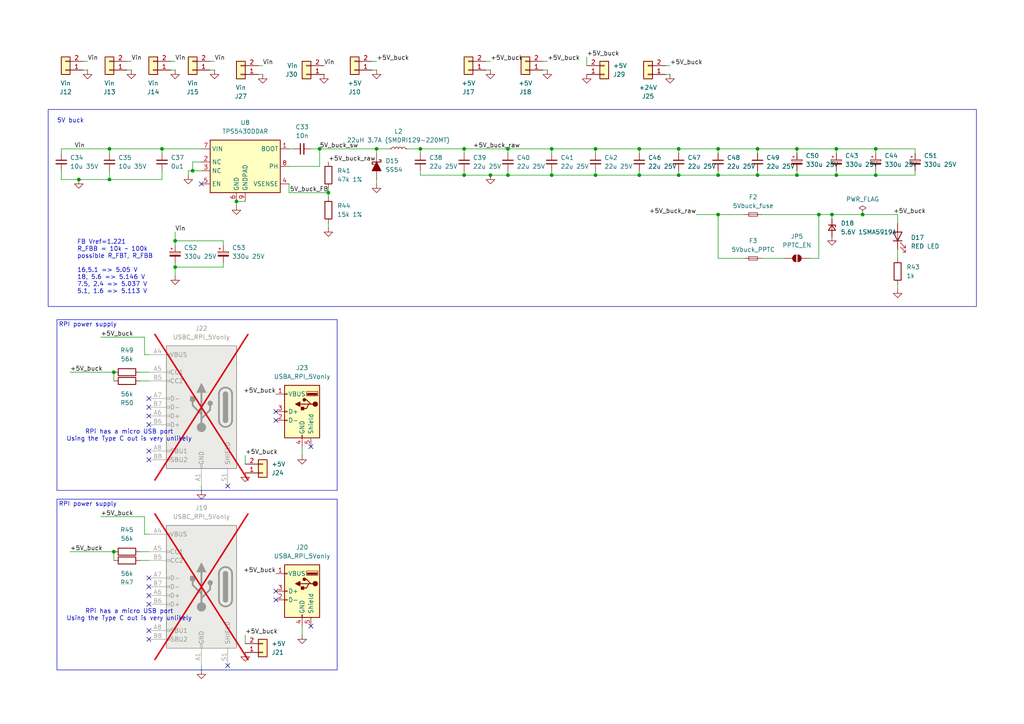
<source format=kicad_sch>
(kicad_sch (version 20231120) (generator "eeschema") (generator_version "8.0")
  (paper "A4")
  (lib_symbols
    (symbol "Connector:USB_A" (pin_names (offset 1.016))
      (property "Reference" "J" (at -5.08 11.43 0))
      (property "Value" "USB_A" (at -5.08 8.89 0))
      (symbol "USB_A_0_1"
        (rectangle (start -5.08 -7.62) (end 5.08 7.62) (stroke (width 0.254)) (fill (type background)))
        (circle (center -3.81 2.159) (radius 0.635) (stroke (width 0.254)) (fill (type outline)))
        (rectangle (start -1.524 4.826) (end -4.318 5.334) (fill (type outline)))
        (rectangle (start -1.27 4.572) (end -4.572 5.842))
        (circle (center -0.635 3.429) (radius 0.381) (stroke (width 0.254)) (fill (type outline)))
        (rectangle (start -0.127 -7.62) (end 0.127 -6.858))
        (polyline (pts (xy -3.175 2.159) (xy -2.54 2.159) (xy -1.27 3.429) (xy -0.635 3.429)) (stroke (width 0.254)))
        (polyline (pts (xy -2.54 2.159) (xy -1.905 2.159) (xy -1.27 0.889) (xy 0 0.889)) (stroke (width 0.254)))
        (polyline (pts (xy 0.635 2.794) (xy 0.635 1.524) (xy 1.905 2.159) (xy 0.635 2.794)) (stroke (width 0.254)) (fill (type outline)))
        (rectangle (start 0.254 1.27) (end -0.508 0.508) (stroke (width 0.254)) (fill (type outline)))
        (rectangle (start 5.08 -2.667) (end 4.318 -2.413))
        (rectangle (start 5.08 -0.127) (end 4.318 0.127))
        (rectangle (start 5.08 4.953) (end 4.318 5.207))
      )
      (symbol "USB_A_1_1"
        (polyline (pts (xy -1.905 2.159) (xy 0.635 2.159)) (stroke (width 0.254)))
        (pin power_in line (at 7.62 5.08 180) (length 2.54) (name "VBUS") (number "1"))
        (pin bidirectional line (at 7.62 -2.54 180) (length 2.54) (name "D-") (number "2"))
        (pin bidirectional line (at 7.62 0 180) (length 2.54) (name "D+") (number "3"))
        (pin power_in line (at 0 -10.16 90) (length 2.54) (name "GND") (number "4"))
        (pin passive line (at -2.54 -10.16 90) (length 2.54) (name "Shield") (number "5"))
      )
    )
    (symbol "Connector:USB_C_Receptacle_USB2.0_16P" (pin_names (offset 1.016))
      (property "Reference" "J" (at 0 22.225 0))
      (property "Value" "USB_C_Receptacle_USB2.0_16P" (at 0 19.685 0))
      (symbol "USB_C_Receptacle_USB2.0_16P_0_0"
        (rectangle (start -0.254 -17.78) (end 0.254 -16.764))
        (rectangle (start 10.16 -14.986) (end 9.144 -15.494))
        (rectangle (start 10.16 -12.446) (end 9.144 -12.954))
        (rectangle (start 10.16 -4.826) (end 9.144 -5.334))
        (rectangle (start 10.16 -2.286) (end 9.144 -2.794))
        (rectangle (start 10.16 0.254) (end 9.144 -0.254))
        (rectangle (start 10.16 2.794) (end 9.144 2.286))
        (rectangle (start 10.16 7.874) (end 9.144 7.366))
        (rectangle (start 10.16 10.414) (end 9.144 9.906))
        (rectangle (start 10.16 15.494) (end 9.144 14.986))
      )
      (symbol "USB_C_Receptacle_USB2.0_16P_0_1"
        (rectangle (start -10.16 17.78) (end 10.16 -17.78) (stroke (width 0.254)) (fill (type background)))
        (arc (start -8.89 -3.81) (mid -6.985 -5.7067) (end -5.08 -3.81) (stroke (width 0.508)))
        (arc (start -7.62 -3.81) (mid -6.985 -4.4423) (end -6.35 -3.81) (stroke (width 0.254)))
        (arc (start -7.62 -3.81) (mid -6.985 -4.4423) (end -6.35 -3.81) (stroke (width 0.254)) (fill (type outline)))
        (rectangle (start -7.62 -3.81) (end -6.35 3.81) (stroke (width 0.254)) (fill (type outline)))
        (arc (start -6.35 3.81) (mid -6.985 4.4423) (end -7.62 3.81) (stroke (width 0.254)))
        (arc (start -6.35 3.81) (mid -6.985 4.4423) (end -7.62 3.81) (stroke (width 0.254)) (fill (type outline)))
        (arc (start -5.08 3.81) (mid -6.985 5.7067) (end -8.89 3.81) (stroke (width 0.508)))
        (circle (center -2.54 1.143) (radius 0.635) (stroke (width 0.254)) (fill (type outline)))
        (circle (center 0 -5.842) (radius 1.27) (fill (type outline)))
        (polyline (pts (xy -8.89 -3.81) (xy -8.89 3.81)) (stroke (width 0.508)))
        (polyline (pts (xy -5.08 3.81) (xy -5.08 -3.81)) (stroke (width 0.508)))
        (polyline (pts (xy 0 -5.842) (xy 0 4.318)) (stroke (width 0.508)))
        (polyline (pts (xy 0 -3.302) (xy -2.54 -0.762) (xy -2.54 0.508)) (stroke (width 0.508)))
        (polyline (pts (xy 0 -2.032) (xy 2.54 0.508) (xy 2.54 1.778)) (stroke (width 0.508)))
        (polyline (pts (xy -1.27 4.318) (xy 0 6.858) (xy 1.27 4.318) (xy -1.27 4.318)) (stroke (width 0.254)) (fill (type outline)))
        (rectangle (start 1.905 1.778) (end 3.175 3.048) (stroke (width 0.254)) (fill (type outline)))
      )
      (symbol "USB_C_Receptacle_USB2.0_16P_1_1"
        (pin passive line (at 0 -22.86 90) (length 5.08) (name "GND") (number "A1"))
        (pin passive line (at 0 -22.86 90) (length 5.08) hide (name "GND") (number "A12"))
        (pin passive line (at 15.24 15.24 180) (length 5.08) (name "VBUS") (number "A4"))
        (pin bidirectional line (at 15.24 10.16 180) (length 5.08) (name "CC1") (number "A5"))
        (pin bidirectional line (at 15.24 -2.54 180) (length 5.08) (name "D+") (number "A6"))
        (pin bidirectional line (at 15.24 2.54 180) (length 5.08) (name "D-") (number "A7"))
        (pin bidirectional line (at 15.24 -12.7 180) (length 5.08) (name "SBU1") (number "A8"))
        (pin passive line (at 15.24 15.24 180) (length 5.08) hide (name "VBUS") (number "A9"))
        (pin passive line (at 0 -22.86 90) (length 5.08) hide (name "GND") (number "B1"))
        (pin passive line (at 0 -22.86 90) (length 5.08) hide (name "GND") (number "B12"))
        (pin passive line (at 15.24 15.24 180) (length 5.08) hide (name "VBUS") (number "B4"))
        (pin bidirectional line (at 15.24 7.62 180) (length 5.08) (name "CC2") (number "B5"))
        (pin bidirectional line (at 15.24 -5.08 180) (length 5.08) (name "D+") (number "B6"))
        (pin bidirectional line (at 15.24 0 180) (length 5.08) (name "D-") (number "B7"))
        (pin bidirectional line (at 15.24 -15.24 180) (length 5.08) (name "SBU2") (number "B8"))
        (pin passive line (at 15.24 15.24 180) (length 5.08) hide (name "VBUS") (number "B9"))
        (pin passive line (at -7.62 -22.86 90) (length 5.08) (name "SHIELD") (number "S1"))
      )
    )
    (symbol "Connector_Generic:Conn_01x02" (pin_names (offset 1.016) hide)
      (property "Reference" "J" (at 0 2.54 0))
      (property "Value" "Conn_01x02" (at 0 -5.08 0))
      (symbol "Conn_01x02_1_1"
        (rectangle (start -1.27 -2.413) (end 0 -2.667) (stroke (width 0.1524)))
        (rectangle (start -1.27 0.127) (end 0 -0.127) (stroke (width 0.1524)))
        (rectangle (start -1.27 1.27) (end 1.27 -3.81) (stroke (width 0.254)) (fill (type background)))
        (pin passive line (at -5.08 0 0) (length 3.81) (name "Pin_1") (number "1"))
        (pin passive line (at -5.08 -2.54 0) (length 3.81) (name "Pin_2") (number "2"))
      )
    )
    (symbol "Device:C_Polarized_Small" (pin_numbers hide) (pin_names (offset 0.254) hide)
      (property "Reference" "C" (at 0.254 1.778 0))
      (property "Value" "C_Polarized_Small" (at 0.254 -2.032 0))
      (symbol "C_Polarized_Small_0_1"
        (rectangle (start -1.524 -0.3048) (end 1.524 -0.6858) (fill (type outline)))
        (rectangle (start -1.524 0.6858) (end 1.524 0.3048))
        (polyline (pts (xy -1.27 1.524) (xy -0.762 1.524)))
        (polyline (pts (xy -1.016 1.27) (xy -1.016 1.778)))
      )
      (symbol "C_Polarized_Small_1_1"
        (pin passive line (at 0 2.54 270) (length 1.8542) (name "~") (number "1"))
        (pin passive line (at 0 -2.54 90) (length 1.8542) (name "~") (number "2"))
      )
    )
    (symbol "Device:C_Small" (pin_numbers hide) (pin_names (offset 0.254) hide)
      (property "Reference" "C" (at 0.254 1.778 0))
      (property "Value" "C_Small" (at 0.254 -2.032 0))
      (symbol "C_Small_0_1"
        (polyline (pts (xy -1.524 -0.508) (xy 1.524 -0.508)) (stroke (width 0.3302)))
        (polyline (pts (xy -1.524 0.508) (xy 1.524 0.508)) (stroke (width 0.3048)))
      )
      (symbol "C_Small_1_1"
        (pin passive line (at 0 2.54 270) (length 2.032) (name "~") (number "1"))
        (pin passive line (at 0 -2.54 90) (length 2.032) (name "~") (number "2"))
      )
    )
    (symbol "Device:D_Zener_Small" (pin_numbers hide) (pin_names (offset 0.254) hide)
      (property "Reference" "D" (at 0 2.286 0))
      (property "Value" "D_Zener_Small" (at 0 -2.286 0))
      (symbol "D_Zener_Small_0_1"
        (polyline (pts (xy 0.762 0) (xy -0.762 0)))
        (polyline (pts (xy -0.254 1.016) (xy -0.762 1.016) (xy -0.762 -1.016)) (stroke (width 0.254)))
        (polyline (pts (xy 0.762 1.016) (xy -0.762 0) (xy 0.762 -1.016) (xy 0.762 1.016)) (stroke (width 0.254)))
      )
      (symbol "D_Zener_Small_1_1"
        (pin passive line (at -2.54 0 0) (length 1.778) (name "K") (number "1"))
        (pin passive line (at 2.54 0 180) (length 1.778) (name "A") (number "2"))
      )
    )
    (symbol "Device:Fuse_Small" (pin_numbers hide) (pin_names (offset 0.254) hide)
      (property "Reference" "F" (at 0 -1.524 0))
      (property "Value" "Fuse_Small" (at 0 1.524 0))
      (symbol "Fuse_Small_0_1"
        (rectangle (start -1.27 0.508) (end 1.27 -0.508))
        (polyline (pts (xy -1.27 0) (xy 1.27 0)))
      )
      (symbol "Fuse_Small_1_1"
        (pin passive line (at -2.54 0 0) (length 1.27) (name "~") (number "1"))
        (pin passive line (at 2.54 0 180) (length 1.27) (name "~") (number "2"))
      )
    )
    (symbol "Device:LED" (pin_numbers hide) (pin_names (offset 1.016) hide)
      (property "Reference" "D" (at 0 2.54 0))
      (property "Value" "LED" (at 0 -2.54 0))
      (symbol "LED_0_1"
        (polyline (pts (xy -1.27 -1.27) (xy -1.27 1.27)) (stroke (width 0.254)))
        (polyline (pts (xy -1.27 0) (xy 1.27 0)))
        (polyline (pts (xy 1.27 -1.27) (xy 1.27 1.27) (xy -1.27 0) (xy 1.27 -1.27)) (stroke (width 0.254)))
        (polyline (pts (xy -3.048 -0.762) (xy -4.572 -2.286) (xy -3.81 -2.286) (xy -4.572 -2.286) (xy -4.572 -1.524)))
        (polyline (pts (xy -1.778 -0.762) (xy -3.302 -2.286) (xy -2.54 -2.286) (xy -3.302 -2.286) (xy -3.302 -1.524)))
      )
      (symbol "LED_1_1"
        (pin passive line (at -3.81 0 0) (length 2.54) (name "K") (number "1"))
        (pin passive line (at 3.81 0 180) (length 2.54) (name "A") (number "2"))
      )
    )
    (symbol "Device:L_Small" (pin_numbers hide) (pin_names (offset 0.254) hide)
      (property "Reference" "L" (at 0.762 1.016 0))
      (property "Value" "L_Small" (at 0.762 -1.016 0))
      (symbol "L_Small_0_1"
        (arc (start 0 -2.032) (mid 0.5058 -1.524) (end 0 -1.016))
        (arc (start 0 -1.016) (mid 0.5058 -0.508) (end 0 0))
        (arc (start 0 0) (mid 0.5058 0.508) (end 0 1.016))
        (arc (start 0 1.016) (mid 0.5058 1.524) (end 0 2.032))
      )
      (symbol "L_Small_1_1"
        (pin passive line (at 0 2.54 270) (length 0.508) (name "~") (number "1"))
        (pin passive line (at 0 -2.54 90) (length 0.508) (name "~") (number "2"))
      )
    )
    (symbol "Device:R" (pin_numbers hide) (pin_names (offset 0))
      (property "Reference" "R" (at 2.032 0 90))
      (property "Value" "R" (at 0 0 90))
      (symbol "R_0_1"
        (rectangle (start -1.016 -2.54) (end 1.016 2.54) (stroke (width 0.254)))
      )
      (symbol "R_1_1"
        (pin passive line (at 0 3.81 270) (length 1.27) (name "~") (number "1"))
        (pin passive line (at 0 -3.81 90) (length 1.27) (name "~") (number "2"))
      )
    )
    (symbol "Jumper:SolderJumper_2_Open" (pin_numbers hide) (pin_names (offset 0) hide) (exclude_from_sim yes) (in_bom no)
      (property "Reference" "JP" (at 0 2.032 0))
      (property "Value" "SolderJumper_2_Open" (at 0 -2.54 0))
      (symbol "SolderJumper_2_Open_0_1"
        (arc (start -0.254 1.016) (mid -1.2656 0) (end -0.254 -1.016))
        (arc (start -0.254 1.016) (mid -1.2656 0) (end -0.254 -1.016) (fill (type outline)))
        (polyline (pts (xy -0.254 1.016) (xy -0.254 -1.016)))
        (polyline (pts (xy 0.254 1.016) (xy 0.254 -1.016)))
        (arc (start 0.254 -1.016) (mid 1.2656 0) (end 0.254 1.016))
        (arc (start 0.254 -1.016) (mid 1.2656 0) (end 0.254 1.016) (fill (type outline)))
      )
      (symbol "SolderJumper_2_Open_1_1"
        (pin passive line (at -3.81 0 0) (length 2.54) (name "A") (number "1"))
        (pin passive line (at 3.81 0 180) (length 2.54) (name "B") (number "2"))
      )
    )
    (symbol "PCM_Diode_Schottky_AKL:SS54" (pin_numbers hide) (pin_names (offset 1.016) hide)
      (property "Reference" "D" (at 0 5.08 0))
      (property "Value" "SS54" (at 0 2.54 0))
      (symbol "SS54_0_1"
        (polyline (pts (xy -1.27 0) (xy 1.27 0)))
        (polyline (pts (xy -1.27 -1.27) (xy -1.27 1.27) (xy 1.27 0) (xy -1.27 -1.27)) (stroke (width 0.254)) (fill (type outline)))
        (polyline (pts (xy 1.905 -0.762) (xy 1.905 -1.27) (xy 1.27 -1.27) (xy 1.27 1.27) (xy 0.635 1.27) (xy 0.635 0.762)) (stroke (width 0.254)))
      )
      (symbol "SS54_0_2"
        (polyline (pts (xy -2.54 -2.54) (xy 2.54 2.54)))
        (polyline (pts (xy 0 1.778) (xy 1.778 0)) (stroke (width 0.254)))
        (polyline (pts (xy 0 1.778) (xy -0.381 1.397) (xy 0 1.016)) (stroke (width 0.254)))
        (polyline (pts (xy 1.778 0) (xy 2.159 0.381) (xy 1.778 0.762)) (stroke (width 0.254)))
        (polyline (pts (xy -0.889 -0.889) (xy -1.778 0) (xy 0.889 0.889) (xy 0 -1.778) (xy -0.889 -0.889)) (stroke (width 0.254)) (fill (type outline)))
      )
      (symbol "SS54_1_1"
        (pin passive line (at 3.81 0 180) (length 2.54) (name "K") (number "1"))
        (pin passive line (at -3.81 0 0) (length 2.54) (name "A") (number "2"))
      )
      (symbol "SS54_1_2"
        (pin passive line (at 2.54 2.54 180) (length 0) (name "K") (number "1"))
        (pin passive line (at -2.54 -2.54 0) (length 0) (name "A") (number "2"))
      )
    )
    (symbol "nturt_kicad_lib_EP6:TPS5430DDAR"
      (property "Reference" "U" (at -10.16 8.89 0))
      (property "Value" "TPS5430DDAR" (at -1.27 8.89 0))
      (symbol "TPS5430DDAR_0_1"
        (rectangle (start -10.16 7.62) (end 10.16 -7.62) (stroke (width 0.254)) (fill (type background)))
      )
      (symbol "TPS5430DDAR_1_1"
        (pin input line (at 12.7 5.08 180) (length 2.54) (name "BOOT") (number "1"))
        (pin free line (at -12.7 1.27 0) (length 2.54) (name "NC") (number "2"))
        (pin free line (at -12.7 -1.27 0) (length 2.54) (name "NC") (number "3"))
        (pin input line (at 12.7 -5.08 180) (length 2.54) (name "VSENSE") (number "4"))
        (pin input line (at -12.7 -5.08 0) (length 2.54) (name "EN") (number "5"))
        (pin power_in line (at -2.54 -10.16 90) (length 2.54) (name "GND") (number "6"))
        (pin power_in line (at -12.7 5.08 0) (length 2.54) (name "VIN") (number "7"))
        (pin output line (at 12.7 0 180) (length 2.54) (name "PH") (number "8"))
        (pin power_in line (at 0 -10.16 90) (length 2.54) (name "GNDPAD") (number "9"))
      )
    )
    (symbol "power:GND" (power) (pin_numbers hide) (pin_names (offset 0) hide)
      (property "Value" "GND" (at 0 -3.81 0))
      (symbol "GND_0_1"
        (polyline (pts (xy 0 0) (xy 0 -1.27) (xy 1.27 -1.27) (xy 0 -2.54) (xy -1.27 -1.27) (xy 0 -1.27)))
      )
      (symbol "GND_1_1"
        (pin power_in line (at 0 0 270) (length 0) (name "~") (number "1"))
      )
    )
    (symbol "power:PWR_FLAG" (power) (pin_numbers hide) (pin_names (offset 0) hide)
      (property "Value" "PWR_FLAG" (at 0 3.81 0))
      (symbol "PWR_FLAG_0_0"
        (pin power_out line (at 0 0 90) (length 0) (name "~") (number "1"))
      )
      (symbol "PWR_FLAG_0_1"
        (polyline (pts (xy 0 0) (xy 0 1.27) (xy -1.016 1.905) (xy 0 2.54) (xy 1.016 1.905) (xy 0 1.27)))
      )
    )
  )
  (junction (at 242.57 50.8))
  (junction (at 22.86 52.07))
  (junction (at 68.58 58.42))
  (junction (at 95.25 55.88))
  (junction (at 147.32 50.8))
  (junction (at 46.99 43.18))
  (junction (at 134.62 50.8))
  (junction (at 109.22 43.18))
  (junction (at 219.71 50.8))
  (junction (at 219.71 43.18))
  (junction (at 31.75 43.18))
  (junction (at 208.28 50.8))
  (junction (at 134.62 43.18))
  (junction (at 241.3 62.23))
  (junction (at 50.8 69.85))
  (junction (at 160.02 43.18))
  (junction (at 185.42 43.18))
  (junction (at 160.02 50.8))
  (junction (at 237.49 62.23))
  (junction (at 208.28 43.18))
  (junction (at 208.28 62.23))
  (junction (at 55.88 49.53))
  (junction (at 121.92 43.18))
  (junction (at 231.14 50.8))
  (junction (at 50.8 77.47))
  (junction (at 92.71 43.18))
  (junction (at 185.42 50.8))
  (junction (at 231.14 43.18))
  (junction (at 147.32 43.18))
  (junction (at 242.57 43.18))
  (junction (at 172.72 43.18))
  (junction (at 33.02 107.95))
  (junction (at 254 43.18))
  (junction (at 142.24 50.8))
  (junction (at 254 50.8))
  (junction (at 196.85 50.8))
  (junction (at 33.02 160.02))
  (junction (at 196.85 43.18))
  (junction (at 31.75 52.07))
  (junction (at 172.72 50.8))
  (junction (at 250.19 62.23))
  (no_connect (at 43.18 118.11))
  (no_connect (at 43.18 130.81))
  (no_connect (at 66.04 140.97))
  (no_connect (at 43.18 120.65))
  (no_connect (at 43.18 185.42))
  (no_connect (at 43.18 167.64))
  (no_connect (at 80.01 173.99))
  (no_connect (at 58.42 53.34))
  (no_connect (at 80.01 171.45))
  (no_connect (at 43.18 115.57))
  (no_connect (at 43.18 182.88))
  (no_connect (at 43.18 133.35))
  (no_connect (at 90.17 181.61))
  (no_connect (at 80.01 121.92))
  (no_connect (at 43.18 172.72))
  (no_connect (at 43.18 175.26))
  (no_connect (at 43.18 123.19))
  (no_connect (at 43.18 170.18))
  (no_connect (at 90.17 129.54))
  (no_connect (at 80.01 119.38))
  (no_connect (at 66.04 193.04))
  (wire (pts (xy 265.43 50.8) (xy 265.43 49.53)))
  (wire (pts (xy 242.57 50.8) (xy 231.14 50.8)))
  (wire (pts (xy 17.78 44.45) (xy 17.78 43.18)))
  (wire (pts (xy 208.28 49.53) (xy 208.28 50.8)))
  (wire (pts (xy 46.99 43.18) (xy 58.42 43.18)))
  (wire (pts (xy 58.42 140.97) (xy 58.42 142.24)))
  (wire (pts (xy 71.12 132.08) (xy 71.12 134.62)))
  (wire (pts (xy 134.62 44.45) (xy 134.62 43.18)))
  (wire (pts (xy 196.85 49.53) (xy 196.85 50.8)))
  (wire (pts (xy 160.02 49.53) (xy 160.02 50.8)))
  (wire (pts (xy 54.61 49.53) (xy 55.88 49.53)))
  (wire (pts (xy 87.63 184.15) (xy 87.63 181.61)))
  (wire (pts (xy 160.02 44.45) (xy 160.02 43.18)))
  (wire (pts (xy 40.64 107.95) (xy 43.18 107.95)))
  (wire (pts (xy 95.25 54.61) (xy 95.25 55.88)))
  (wire (pts (xy 260.35 62.23) (xy 260.35 64.77)))
  (wire (pts (xy 193.04 21.59) (xy 194.31 21.59)))
  (wire (pts (xy 68.58 59.69) (xy 68.58 58.42)))
  (wire (pts (xy 107.95 20.32) (xy 109.22 20.32)))
  (wire (pts (xy 33.02 162.56) (xy 33.02 160.02)))
  (wire (pts (xy 17.78 52.07) (xy 17.78 49.53)))
  (wire (pts (xy 41.91 149.86) (xy 41.91 154.94)))
  (wire (pts (xy 134.62 50.8) (xy 134.62 49.53)))
  (wire (pts (xy 83.82 43.18) (xy 85.09 43.18)))
  (wire (pts (xy 33.02 110.49) (xy 33.02 107.95)))
  (wire (pts (xy 260.35 74.93) (xy 260.35 72.39)))
  (wire (pts (xy 140.97 17.78) (xy 142.24 17.78)))
  (wire (pts (xy 109.22 44.45) (xy 109.22 43.18)))
  (wire (pts (xy 242.57 43.18) (xy 254 43.18)))
  (wire (pts (xy 160.02 50.8) (xy 147.32 50.8)))
  (wire (pts (xy 24.13 17.78) (xy 25.4 17.78)))
  (wire (pts (xy 234.95 74.93) (xy 237.49 74.93)))
  (wire (pts (xy 160.02 43.18) (xy 172.72 43.18)))
  (wire (pts (xy 242.57 43.18) (xy 242.57 44.45)))
  (wire (pts (xy 83.82 48.26) (xy 92.71 48.26)))
  (wire (pts (xy 36.83 17.78) (xy 38.1 17.78)))
  (wire (pts (xy 49.53 17.78) (xy 50.8 17.78)))
  (wire (pts (xy 54.61 50.8) (xy 54.61 49.53)))
  (wire (pts (xy 196.85 43.18) (xy 208.28 43.18)))
  (wire (pts (xy 250.19 62.23) (xy 241.3 62.23)))
  (wire (pts (xy 60.96 20.32) (xy 62.23 20.32)))
  (wire (pts (xy 17.78 52.07) (xy 22.86 52.07)))
  (wire (pts (xy 208.28 50.8) (xy 196.85 50.8)))
  (wire (pts (xy 109.22 53.34) (xy 109.22 52.07)))
  (wire (pts (xy 50.8 76.2) (xy 50.8 77.47)))
  (wire (pts (xy 140.97 20.32) (xy 142.24 20.32)))
  (wire (pts (xy 90.17 43.18) (xy 92.71 43.18)))
  (wire (pts (xy 220.98 62.23) (xy 237.49 62.23)))
  (wire (pts (xy 58.42 46.99) (xy 55.88 46.99)))
  (wire (pts (xy 172.72 50.8) (xy 160.02 50.8)))
  (wire (pts (xy 147.32 50.8) (xy 142.24 50.8)))
  (wire (pts (xy 50.8 69.85) (xy 64.77 69.85)))
  (wire (pts (xy 208.28 43.18) (xy 219.71 43.18)))
  (wire (pts (xy 118.11 43.18) (xy 121.92 43.18)))
  (wire (pts (xy 20.32 107.95) (xy 33.02 107.95)))
  (wire (pts (xy 219.71 44.45) (xy 219.71 43.18)))
  (wire (pts (xy 208.28 62.23) (xy 215.9 62.23)))
  (wire (pts (xy 68.58 58.42) (xy 71.12 58.42)))
  (wire (pts (xy 58.42 193.04) (xy 58.42 194.31)))
  (wire (pts (xy 50.8 77.47) (xy 50.8 80.01)))
  (wire (pts (xy 219.71 43.18) (xy 231.14 43.18)))
  (wire (pts (xy 49.53 20.32) (xy 50.8 20.32)))
  (wire (pts (xy 74.93 21.59) (xy 76.2 21.59)))
  (wire (pts (xy 92.71 43.18) (xy 109.22 43.18)))
  (wire (pts (xy 31.75 43.18) (xy 31.75 44.45)))
  (wire (pts (xy 50.8 69.85) (xy 50.8 71.12)))
  (wire (pts (xy 201.93 62.23) (xy 208.28 62.23)))
  (wire (pts (xy 40.64 110.49) (xy 43.18 110.49)))
  (wire (pts (xy 64.77 69.85) (xy 64.77 71.12)))
  (wire (pts (xy 46.99 49.53) (xy 46.99 52.07)))
  (wire (pts (xy 134.62 43.18) (xy 147.32 43.18)))
  (wire (pts (xy 254 50.8) (xy 242.57 50.8)))
  (wire (pts (xy 107.95 17.78) (xy 109.22 17.78)))
  (wire (pts (xy 241.3 62.23) (xy 241.3 63.5)))
  (wire (pts (xy 231.14 43.18) (xy 231.14 44.45)))
  (wire (pts (xy 64.77 77.47) (xy 50.8 77.47)))
  (wire (pts (xy 31.75 52.07) (xy 31.75 49.53)))
  (wire (pts (xy 41.91 97.79) (xy 41.91 102.87)))
  (wire (pts (xy 121.92 50.8) (xy 121.92 49.53)))
  (wire (pts (xy 254 43.18) (xy 254 44.45)))
  (wire (pts (xy 71.12 184.15) (xy 71.12 186.69)))
  (wire (pts (xy 83.82 55.88) (xy 83.82 53.34)))
  (wire (pts (xy 242.57 50.8) (xy 242.57 49.53)))
  (wire (pts (xy 208.28 74.93) (xy 208.28 62.23)))
  (wire (pts (xy 157.48 17.78) (xy 158.75 17.78)))
  (wire (pts (xy 237.49 74.93) (xy 237.49 62.23)))
  (wire (pts (xy 41.91 102.87) (xy 43.18 102.87)))
  (wire (pts (xy 185.42 49.53) (xy 185.42 50.8)))
  (wire (pts (xy 74.93 19.05) (xy 76.2 19.05)))
  (wire (pts (xy 31.75 43.18) (xy 46.99 43.18)))
  (wire (pts (xy 95.25 55.88) (xy 95.25 57.15)))
  (wire (pts (xy 55.88 49.53) (xy 58.42 49.53)))
  (wire (pts (xy 95.25 66.04) (xy 95.25 64.77)))
  (wire (pts (xy 29.21 97.79) (xy 41.91 97.79)))
  (wire (pts (xy 22.86 52.07) (xy 31.75 52.07)))
  (wire (pts (xy 20.32 160.02) (xy 33.02 160.02)))
  (wire (pts (xy 185.42 43.18) (xy 196.85 43.18)))
  (wire (pts (xy 196.85 44.45) (xy 196.85 43.18)))
  (wire (pts (xy 231.14 50.8) (xy 219.71 50.8)))
  (wire (pts (xy 185.42 50.8) (xy 172.72 50.8)))
  (wire (pts (xy 147.32 50.8) (xy 147.32 49.53)))
  (wire (pts (xy 40.64 160.02) (xy 43.18 160.02)))
  (wire (pts (xy 46.99 52.07) (xy 31.75 52.07)))
  (wire (pts (xy 64.77 77.47) (xy 64.77 76.2)))
  (wire (pts (xy 46.99 44.45) (xy 46.99 43.18)))
  (wire (pts (xy 92.71 43.18) (xy 92.71 48.26)))
  (wire (pts (xy 60.96 17.78) (xy 62.23 17.78)))
  (wire (pts (xy 17.78 43.18) (xy 31.75 43.18)))
  (wire (pts (xy 254 43.18) (xy 265.43 43.18)))
  (wire (pts (xy 40.64 162.56) (xy 43.18 162.56)))
  (wire (pts (xy 24.13 20.32) (xy 25.4 20.32)))
  (wire (pts (xy 109.22 43.18) (xy 113.03 43.18)))
  (wire (pts (xy 254 50.8) (xy 254 49.53)))
  (wire (pts (xy 172.72 43.18) (xy 185.42 43.18)))
  (wire (pts (xy 55.88 46.99) (xy 55.88 49.53)))
  (wire (pts (xy 172.72 44.45) (xy 172.72 43.18)))
  (wire (pts (xy 196.85 50.8) (xy 185.42 50.8)))
  (wire (pts (xy 219.71 49.53) (xy 219.71 50.8)))
  (wire (pts (xy 208.28 44.45) (xy 208.28 43.18)))
  (wire (pts (xy 265.43 43.18) (xy 265.43 44.45)))
  (wire (pts (xy 215.9 74.93) (xy 208.28 74.93)))
  (wire (pts (xy 231.14 43.18) (xy 242.57 43.18)))
  (wire (pts (xy 36.83 20.32) (xy 38.1 20.32)))
  (wire (pts (xy 157.48 20.32) (xy 158.75 20.32)))
  (wire (pts (xy 121.92 50.8) (xy 134.62 50.8)))
  (wire (pts (xy 134.62 50.8) (xy 142.24 50.8)))
  (wire (pts (xy 231.14 50.8) (xy 231.14 49.53)))
  (wire (pts (xy 265.43 50.8) (xy 254 50.8)))
  (wire (pts (xy 121.92 43.18) (xy 134.62 43.18)))
  (wire (pts (xy 237.49 62.23) (xy 241.3 62.23)))
  (wire (pts (xy 172.72 49.53) (xy 172.72 50.8)))
  (wire (pts (xy 95.25 55.88) (xy 83.82 55.88)))
  (wire (pts (xy 147.32 43.18) (xy 160.02 43.18)))
  (wire (pts (xy 29.21 149.86) (xy 41.91 149.86)))
  (wire (pts (xy 219.71 50.8) (xy 208.28 50.8)))
  (wire (pts (xy 147.32 44.45) (xy 147.32 43.18)))
  (wire (pts (xy 260.35 83.82) (xy 260.35 82.55)))
  (wire (pts (xy 87.63 129.54) (xy 87.63 132.08)))
  (wire (pts (xy 170.18 16.51) (xy 170.18 19.05)))
  (wire (pts (xy 220.98 74.93) (xy 227.33 74.93)))
  (wire (pts (xy 50.8 67.31) (xy 50.8 69.85)))
  (wire (pts (xy 193.04 19.05) (xy 194.31 19.05)))
  (wire (pts (xy 250.19 62.23) (xy 260.35 62.23)))
  (wire (pts (xy 41.91 154.94) (xy 43.18 154.94)))
  (wire (pts (xy 121.92 44.45) (xy 121.92 43.18)))
  (wire (pts (xy 185.42 44.45) (xy 185.42 43.18)))
  (rectangle (start 16.51 144.78) (end 97.79 194.31))
  (rectangle (start 16.51 92.71) (end 97.79 142.24))
  (rectangle (start 13.97 31.75) (end 283.21 88.9))
  (text "RPi has a micro USB port\nUsing the Type C out is very unlikely" (at 37.465 178.435 0) (effects (font (size 1.27 1.27))))
  (text "5V buck" (at 16.51 35.814 0) (effects (font (size 1.27 1.27)) (justify left bottom)))
  (text "RPI power supply" (at 17.018 94.234 0) (effects (font (size 1.27 1.27)) (justify left)))
  (text "RPI power supply" (at 17.018 146.304 0) (effects (font (size 1.27 1.27)) (justify left)))
  (text "FB Vref=1.221\nR_FBB = 10k ~ 100k\npossible R_FBT, R_FBB\n\n16,5.1 => 5.05 V\n18, 5.6 => 5.146 V\n7.5, 2.4 => 5.037 V\n5.1, 1.6 => 5.113 V" (at 22.352 85.344 0) (effects (font (size 1.27 1.27)) (justify left bottom)))
  (text "RPi has a micro USB port\nUsing the Type C out is very unlikely" (at 37.465 126.365 0) (effects (font (size 1.27 1.27))))
  (label "+5V_buck_raw" (at 137.16 43.18 0))
  (label "Vin" (at 25.4 17.78 0))
  (label "Vin" (at 50.8 17.78 0))
  (label "+5V_buck_raw" (at 95.25 46.99 0))
  (label "+5V_buck" (at 170.18 16.51 0))
  (label "Vin" (at 93.98 19.05 0))
  (label "+5V_buck" (at 80.01 114.3 180))
  (label "Vin" (at 50.8 67.31 0))
  (label "+5V_buck" (at 109.22 17.78 0))
  (label "Vin" (at 62.23 17.78 0))
  (label "+5V_buck" (at 158.75 17.78 0))
  (label "Vin" (at 21.59 43.18 0))
  (label "Vin" (at 76.2 19.05 0))
  (label "+5V_buck" (at 142.24 17.78 0))
  (label "+5V_buck" (at 80.01 166.37 180))
  (label "+5V_buck" (at 20.32 107.95 0))
  (label "5V_buck_sw" (at 92.71 43.18 0))
  (label "+5V_buck" (at 71.12 132.08 0))
  (label "+5V_buck" (at 71.12 184.15 0))
  (label "Vin" (at 38.1 17.78 0))
  (label "+5V_buck_raw" (at 201.93 62.23 180))
  (label "+5V_buck" (at 29.21 97.79 0))
  (label "5V_buck_FB" (at 95.25 55.88 180))
  (label "+5V_buck" (at 29.21 149.86 0))
  (label "+5V_buck" (at 194.31 19.05 0))
  (label "+5V_buck" (at 259.08 62.23 0))
  (label "+5V_buck" (at 20.32 160.02 0))
  (symbol (lib_id "power:GND") (at 109.22 20.32 0) (unit 1)
    (property "Reference" "#PWR086" (effects (hide yes)))
    (property "Value" "GND" (effects (hide yes)))
    (property "Description" "Power symbol creates a global label with name \"GND\" , ground" (effects (hide yes)))
  )
  (symbol (lib_id "power:GND") (at 87.63 184.15 0) (unit 1)
    (property "Reference" "#PWR087" (effects (hide yes)))
    (property "Value" "GND" (effects (hide yes)))
    (property "Description" "Power symbol creates a global label with name \"GND\" , ground" (effects (hide yes)))
  )
  (symbol (lib_id "Device:C_Polarized_Small") (at 50.8 73.66 0) (unit 1)
    (property "Reference" "C52" (at 53.34 71.8438 0) (effects (justify left)))
    (property "Value" "330u 25V" (at 53.34 74.3838 0) (effects (justify left)))
    (property "Footprint" "Capacitor_THT:CP_Radial_D8.0mm_P3.80mm" (effects (hide yes)))
    (property "Description" "Polarized capacitor, small symbol" (effects (hide yes)))
  )
  (symbol (lib_id "Device:Fuse_Small") (at 218.44 62.23 0) (unit 1)
    (property "Reference" "F2" (at 218.44 57.15 0))
    (property "Value" "5Vbuck_fuse" (at 218.44 59.69 0))
    (property "Footprint" "PCM_Fuse_AKL:Fuseholder_Cylinder-5x20mm_Stelvio-Kontek_PTF78_Horizontal_Open" (effects (hide yes)))
    (property "Description" "Fuse, small symbol" (effects (hide yes)))
  )
  (symbol (lib_id "Connector_Generic:Conn_01x02") (at 187.96 21.59 180) (unit 1)
    (property "Reference" "J25" (at 187.96 27.94 0))
    (property "Value" "+24V" (at 187.96 25.4 0))
    (property "Footprint" "TerminalBlock_TE-Connectivity:TerminalBlock_TE_282834-2_1x02_P2.54mm_Horizontal" (effects (hide yes)))
    (property "Description" "Generic connector, single row, 01x02, script generated (kicad-library-utils/schlib/autogen/connector/)" (effects (hide yes)))
  )
  (symbol (lib_id "Device:C_Small") (at 46.99 46.99 180) (unit 1)
    (property "Reference" "C37" (at 49.53 45.7135 0) (effects (justify right)))
    (property "Value" "0u1" (at 49.53 48.2535 0) (effects (justify right)))
    (property "Footprint" "Capacitor_SMD:C_0603_1608Metric" (effects (hide yes)))
    (property "Description" "Unpolarized capacitor, small symbol" (effects (hide yes)))
  )
  (symbol (lib_id "power:PWR_FLAG") (at 250.19 62.23 0) (mirror y) (unit 1)
    (property "Reference" "#FLG03" (effects (hide yes)))
    (property "Value" "PWR_FLAG" (at 250.19 57.785 0))
    (property "Description" "Special symbol for telling ERC where power comes from" (effects (hide yes)))
  )
  (symbol (lib_id "power:GND") (at 142.24 20.32 0) (unit 1)
    (property "Reference" "#PWR083" (effects (hide yes)))
    (property "Value" "GND" (effects (hide yes)))
    (property "Description" "Power symbol creates a global label with name \"GND\" , ground" (effects (hide yes)))
  )
  (symbol (lib_id "Device:C_Polarized_Small") (at 254 46.99 0) (unit 1)
    (property "Reference" "C44" (at 256.54 45.1738 0) (effects (justify left)))
    (property "Value" "330u 25V" (at 256.54 47.7138 0) (effects (justify left)))
    (property "Footprint" "Capacitor_THT:CP_Radial_D8.0mm_P3.80mm" (effects (hide yes)))
    (property "Description" "Polarized capacitor, small symbol" (effects (hide yes)))
  )
  (symbol (lib_id "Device:C_Small") (at 31.75 46.99 0) (unit 1)
    (property "Reference" "C35" (at 34.29 45.7262 0) (effects (justify left)))
    (property "Value" "10u 35V" (at 34.29 48.2662 0) (effects (justify left)))
    (property "Footprint" "Capacitor_SMD:C_1206_3216Metric" (effects (hide yes)))
    (property "Description" "Unpolarized capacitor, small symbol" (effects (hide yes)))
  )
  (symbol (lib_id "Device:L_Small") (at 115.57 43.18 90) (unit 1)
    (property "Reference" "L2" (at 115.57 38.1 90))
    (property "Value" "22uH 3.7A (SMDRI129-220MT)" (at 115.57 40.64 90))
    (property "Footprint" "Inductor_SMD:L_Bourns_SRR1260" (effects (hide yes)))
    (property "Description" "Inductor, small symbol" (effects (hide yes)))
  )
  (symbol (lib_id "Connector_Generic:Conn_01x02") (at 152.4 20.32 180) (unit 1)
    (property "Reference" "J18" (at 152.4 26.67 0))
    (property "Value" "+5V" (at 152.4 24.13 0))
    (property "Footprint" "Connector_Molex:Molex_KK-396_A-41791-0002_1x02_P3.96mm_Vertical" (effects (hide yes)))
    (property "Description" "Generic connector, single row, 01x02, script generated (kicad-library-utils/schlib/autogen/connector/)" (effects (hide yes)))
  )
  (symbol (lib_id "Connector_Generic:Conn_01x02") (at 44.45 20.32 180) (unit 1)
    (property "Reference" "J14" (at 44.45 26.67 0))
    (property "Value" "Vin" (at 44.45 24.13 0))
    (property "Footprint" "Connector_JST:JST_XH_B2B-XH-A_1x02_P2.50mm_Vertical" (effects (hide yes)))
    (property "Description" "Generic connector, single row, 01x02, script generated (kicad-library-utils/schlib/autogen/connector/)" (effects (hide yes)))
  )
  (symbol (lib_id "power:GND") (at 71.12 137.16 0) (mirror y) (unit 1)
    (property "Reference" "#PWR093" (effects (hide yes)))
    (property "Value" "GND" (effects (hide yes)))
    (property "Description" "Power symbol creates a global label with name \"GND\" , ground" (effects (hide yes)))
  )
  (symbol (lib_id "Connector_Generic:Conn_01x02") (at 76.2 189.23 0) (mirror x) (unit 1)
    (property "Reference" "J21" (at 78.74 189.23 0) (effects (justify left)))
    (property "Value" "+5V" (at 78.74 186.69 0) (effects (justify left)))
    (property "Footprint" "Connector_JST:JST_XH_B2B-XH-A_1x02_P2.50mm_Vertical" (effects (hide yes)))
    (property "Description" "Generic connector, single row, 01x02, script generated (kicad-library-utils/schlib/autogen/connector/)" (effects (hide yes)))
  )
  (symbol (lib_id "Device:R") (at 95.25 60.96 0) (unit 1)
    (property "Reference" "R44" (at 97.79 59.69 0) (effects (justify left)))
    (property "Value" "15k 1%" (at 97.79 62.23 0) (effects (justify left)))
    (property "Footprint" "Resistor_SMD:R_0603_1608Metric" (effects (hide yes)))
    (property "Description" "Resistor" (effects (hide yes)))
  )
  (symbol (lib_id "PCM_Diode_Schottky_AKL:SS54") (at 109.22 48.26 90) (unit 1)
    (property "Reference" "D15" (at 111.76 46.6724 90) (effects (justify right)))
    (property "Value" "SS54" (at 111.76 49.2124 90) (effects (justify right)))
    (property "Footprint" "Diode_SMD:D_SMA" (effects (hide yes)))
    (property "Datasheet" "https://www.laro.com.pl/pdf/ss56.pdf" (effects (hide yes)))
    (property "Description" "SMC Schottky diode, 40V, 5A, Alternate KiCAD Library" (effects (hide yes)))
  )
  (symbol (lib_id "power:GND") (at 62.23 20.32 0) (unit 1)
    (property "Reference" "#PWR089" (effects (hide yes)))
    (property "Value" "GND" (effects (hide yes)))
    (property "Description" "Power symbol creates a global label with name \"GND\" , ground" (effects (hide yes)))
  )
  (symbol (lib_id "Device:LED") (at 260.35 68.58 90) (unit 1)
    (property "Reference" "D17" (at 264.16 68.8975 90) (effects (justify right)))
    (property "Value" "RED LED" (at 264.16 71.4375 90) (effects (justify right)))
    (property "Footprint" "LED_SMD:LED_0603_1608Metric" (effects (hide yes)))
    (property "Description" "Light emitting diode" (effects (hide yes)))
  )
  (symbol (lib_id "Device:C_Small") (at 147.32 46.99 0) (unit 1)
    (property "Reference" "C40" (at 149.86 45.7262 0) (effects (justify left)))
    (property "Value" "22u 25V" (at 149.86 48.2662 0) (effects (justify left)))
    (property "Footprint" "Capacitor_SMD:C_1206_3216Metric" (effects (hide yes)))
    (property "Description" "Unpolarized capacitor, small symbol" (effects (hide yes)))
  )
  (symbol (lib_id "power:GND") (at 54.61 50.8 0) (unit 1)
    (property "Reference" "#PWR073" (effects (hide yes)))
    (property "Value" "GND" (effects (hide yes)))
    (property "Description" "Power symbol creates a global label with name \"GND\" , ground" (effects (hide yes)))
  )
  (symbol (lib_id "Device:C_Small") (at 160.02 46.99 0) (unit 1)
    (property "Reference" "C41" (at 162.56 45.7262 0) (effects (justify left)))
    (property "Value" "22u 25V" (at 162.56 48.2662 0) (effects (justify left)))
    (property "Footprint" "Capacitor_SMD:C_1206_3216Metric" (effects (hide yes)))
    (property "Description" "Unpolarized capacitor, small symbol" (effects (hide yes)))
  )
  (symbol (lib_id "Device:C_Polarized_Small") (at 265.43 46.99 0) (unit 1)
    (property "Reference" "C51" (at 267.97 45.1738 0) (effects (justify left)))
    (property "Value" "330u 25V" (at 267.97 47.7138 0) (effects (justify left)))
    (property "Footprint" "Capacitor_THT:CP_Radial_D8.0mm_P3.80mm" (effects (hide yes)))
    (property "Description" "Polarized capacitor, small symbol" (effects (hide yes)))
  )
  (symbol (lib_id "power:GND") (at 50.8 20.32 0) (unit 1)
    (property "Reference" "#PWR085" (effects (hide yes)))
    (property "Value" "GND" (effects (hide yes)))
    (property "Description" "Power symbol creates a global label with name \"GND\" , ground" (effects (hide yes)))
  )
  (symbol (lib_id "Connector_Generic:Conn_01x02") (at 55.88 20.32 180) (unit 1)
    (property "Reference" "J15" (at 55.88 26.67 0))
    (property "Value" "Vin" (at 55.88 24.13 0))
    (property "Footprint" "Connector_AMASS:AMASS_XT60PW-M_1x02_P7.20mm_Horizontal" (effects (hide yes)))
    (property "Description" "Generic connector, single row, 01x02, script generated (kicad-library-utils/schlib/autogen/connector/)" (effects (hide yes)))
  )
  (symbol (lib_id "power:GND") (at 71.12 189.23 0) (mirror y) (unit 1)
    (property "Reference" "#PWR091" (effects (hide yes)))
    (property "Value" "GND" (effects (hide yes)))
    (property "Description" "Power symbol creates a global label with name \"GND\" , ground" (effects (hide yes)))
  )
  (symbol (lib_id "power:GND") (at 241.3 68.58 0) (unit 1)
    (property "Reference" "#PWR077" (effects (hide yes)))
    (property "Value" "GND" (effects (hide yes)))
    (property "Description" "Power symbol creates a global label with name \"GND\" , ground" (effects (hide yes)))
  )
  (symbol (lib_id "power:GND") (at 109.22 53.34 0) (unit 1)
    (property "Reference" "#PWR076" (effects (hide yes)))
    (property "Value" "GND" (effects (hide yes)))
    (property "Description" "Power symbol creates a global label with name \"GND\" , ground" (effects (hide yes)))
  )
  (symbol (lib_id "power:GND") (at 158.75 20.32 0) (unit 1)
    (property "Reference" "#PWR084" (effects (hide yes)))
    (property "Value" "GND" (effects (hide yes)))
    (property "Description" "Power symbol creates a global label with name \"GND\" , ground" (effects (hide yes)))
  )
  (symbol (lib_id "power:GND") (at 142.24 50.8 0) (unit 1)
    (property "Reference" "#PWR074" (effects (hide yes)))
    (property "Value" "GND" (effects (hide yes)))
    (property "Description" "Power symbol creates a global label with name \"GND\" , ground" (effects (hide yes)))
  )
  (symbol (lib_id "Device:R") (at 36.83 160.02 90) (unit 1)
    (property "Reference" "R45" (at 36.83 153.67 90))
    (property "Value" "56k" (at 36.83 156.21 90))
    (property "Footprint" "Resistor_SMD:R_0402_1005Metric" (effects (hide yes)))
    (property "Description" "Resistor" (effects (hide yes)))
  )
  (symbol (lib_id "Device:R") (at 95.25 50.8 0) (unit 1)
    (property "Reference" "R41" (at 97.79 49.53 0) (effects (justify left)))
    (property "Value" "47k 1%" (at 97.79 52.07 0) (effects (justify left)))
    (property "Footprint" "Resistor_SMD:R_0603_1608Metric" (effects (hide yes)))
    (property "Description" "Resistor" (effects (hide yes)))
  )
  (symbol (lib_id "Device:C_Polarized_Small") (at 64.77 73.66 0) (unit 1)
    (property "Reference" "C53" (at 67.31 71.8438 0) (effects (justify left)))
    (property "Value" "330u 25V" (at 67.31 74.3838 0) (effects (justify left)))
    (property "Footprint" "Capacitor_THT:CP_Radial_D8.0mm_P3.80mm" (effects (hide yes)))
    (property "Description" "Polarized capacitor, small symbol" (effects (hide yes)))
  )
  (symbol (lib_id "Connector:USB_A") (at 87.63 171.45 0) (mirror y) (unit 1)
    (property "Reference" "J20" (at 87.63 158.75 0))
    (property "Value" "USBA_RPI_5Vonly" (at 87.63 161.29 0))
    (property "Footprint" "Connector_USB:USB_A_Molex_67643_Horizontal" (effects (hide yes)))
    (property "Description" "USB Type A connector" (effects (hide yes)))
  )
  (symbol (lib_id "power:GND") (at 25.4 20.32 0) (unit 1)
    (property "Reference" "#PWR088" (effects (hide yes)))
    (property "Value" "GND" (effects (hide yes)))
    (property "Description" "Power symbol creates a global label with name \"GND\" , ground" (effects (hide yes)))
  )
  (symbol (lib_id "Device:R") (at 36.83 107.95 90) (unit 1)
    (property "Reference" "R49" (at 36.83 101.6 90))
    (property "Value" "56k" (at 36.83 104.14 90))
    (property "Footprint" "Resistor_SMD:R_0402_1005Metric" (effects (hide yes)))
    (property "Description" "Resistor" (effects (hide yes)))
  )
  (symbol (lib_id "Connector_Generic:Conn_01x02") (at 31.75 20.32 180) (unit 1)
    (property "Reference" "J13" (at 31.75 26.67 0))
    (property "Value" "Vin" (at 31.75 24.13 0))
    (property "Footprint" "Connector_Molex:Molex_KK-396_A-41791-0002_1x02_P3.96mm_Vertical" (effects (hide yes)))
    (property "Description" "Generic connector, single row, 01x02, script generated (kicad-library-utils/schlib/autogen/connector/)" (effects (hide yes)))
  )
  (symbol (lib_id "Device:Fuse_Small") (at 218.44 74.93 0) (unit 1)
    (property "Reference" "F3" (at 218.44 69.85 0))
    (property "Value" "5Vbuck_PPTC" (at 218.44 72.39 0))
    (property "Footprint" "Fuse:Fuse_1206_3216Metric" (effects (hide yes)))
    (property "Description" "Fuse, small symbol" (effects (hide yes)))
  )
  (symbol (lib_id "power:GND") (at 76.2 21.59 0) (unit 1)
    (property "Reference" "#PWR099" (effects (hide yes)))
    (property "Value" "GND" (effects (hide yes)))
    (property "Description" "Power symbol creates a global label with name \"GND\" , ground" (effects (hide yes)))
  )
  (symbol (lib_id "Device:C_Small") (at 134.62 46.99 0) (unit 1)
    (property "Reference" "C39" (at 137.16 45.7262 0) (effects (justify left)))
    (property "Value" "22u 25V" (at 137.16 48.2662 0) (effects (justify left)))
    (property "Footprint" "Capacitor_SMD:C_1206_3216Metric" (effects (hide yes)))
    (property "Description" "Unpolarized capacitor, small symbol" (effects (hide yes)))
  )
  (symbol (lib_id "Device:R") (at 36.83 162.56 90) (mirror x) (unit 1)
    (property "Reference" "R47" (at 36.83 168.91 90))
    (property "Value" "56k" (at 36.83 166.37 90))
    (property "Footprint" "Resistor_SMD:R_0402_1005Metric" (effects (hide yes)))
    (property "Description" "Resistor" (effects (hide yes)))
  )
  (symbol (lib_id "power:GND") (at 95.25 66.04 0) (unit 1)
    (property "Reference" "#PWR082" (effects (hide yes)))
    (property "Value" "GND" (effects (hide yes)))
    (property "Description" "Power symbol creates a global label with name \"GND\" , ground" (effects (hide yes)))
  )
  (symbol (lib_id "power:GND") (at 194.31 21.59 0) (unit 1)
    (property "Reference" "#PWR095" (effects (hide yes)))
    (property "Value" "GND" (effects (hide yes)))
    (property "Description" "Power symbol creates a global label with name \"GND\" , ground" (effects (hide yes)))
  )
  (symbol (lib_id "power:GND") (at 68.58 59.69 0) (unit 1)
    (property "Reference" "#PWR078" (effects (hide yes)))
    (property "Value" "GND" (effects (hide yes)))
    (property "Description" "Power symbol creates a global label with name \"GND\" , ground" (effects (hide yes)))
  )
  (symbol (lib_id "Connector:USB_A") (at 87.63 119.38 0) (mirror y) (unit 1)
    (property "Reference" "J23" (at 87.63 106.68 0))
    (property "Value" "USBA_RPI_5Vonly" (at 87.63 109.22 0))
    (property "Footprint" "Connector_USB:USB_A_Molex_67643_Horizontal" (effects (hide yes)))
    (property "Description" "USB Type A connector" (effects (hide yes)))
  )
  (symbol (lib_id "Connector:USB_C_Receptacle_USB2.0_16P") (at 58.42 170.18 0) (mirror y) (unit 1) (dnp yes)
    (property "Reference" "J19" (at 58.42 147.32 0))
    (property "Value" "USBC_RPI_5Vonly" (at 58.42 149.86 0))
    (property "Footprint" "Connector_USB:USB_C_Receptacle_GCT_USB4105-xx-A_16P_TopMnt_Horizontal" (effects (hide yes)))
    (property "Datasheet" "https://www.usb.org/sites/default/files/documents/usb_type-c.zip" (effects (hide yes)))
    (property "Description" "USB 2.0-only 16P Type-C Receptacle connector" (effects (hide yes)))
  )
  (symbol (lib_id "power:GND") (at 38.1 20.32 0) (unit 1)
    (property "Reference" "#PWR071" (effects (hide yes)))
    (property "Value" "GND" (effects (hide yes)))
    (property "Description" "Power symbol creates a global label with name \"GND\" , ground" (effects (hide yes)))
  )
  (symbol (lib_id "Device:C_Small") (at 185.42 46.99 0) (unit 1)
    (property "Reference" "C46" (at 187.96 45.7262 0) (effects (justify left)))
    (property "Value" "22u 25V" (at 187.96 48.2662 0) (effects (justify left)))
    (property "Footprint" "Capacitor_SMD:C_1206_3216Metric" (effects (hide yes)))
    (property "Description" "Unpolarized capacitor, small symbol" (effects (hide yes)))
  )
  (symbol (lib_id "Device:C_Small") (at 219.71 46.99 0) (unit 1)
    (property "Reference" "C49" (at 222.25 45.7262 0) (effects (justify left)))
    (property "Value" "22u 25V" (at 222.25 48.2662 0) (effects (justify left)))
    (property "Footprint" "Capacitor_SMD:C_1206_3216Metric" (effects (hide yes)))
    (property "Description" "Unpolarized capacitor, small symbol" (effects (hide yes)))
  )
  (symbol (lib_id "nturt_kicad_lib_EP6:TPS5430DDAR") (at 71.12 48.26 0) (unit 1)
    (property "Reference" "U8" (at 71.12 35.56 0))
    (property "Value" "TPS5430DDAR" (at 71.12 38.1 0))
    (property "Footprint" "Package_SO:TI_SO-PowerPAD-8_ThermalVias" (effects (hide yes)))
    (property "Datasheet" "http://www.ti.com/lit/ds/symlink/tps5430.pdf" (effects (hide yes)))
    (property "Description" "3A, Step Down Swift Converter, Adjustable Output Voltage, 5.5-36V Input Voltage, PowerSO-8" (effects (hide yes)))
  )
  (symbol (lib_id "Connector_Generic:Conn_01x02") (at 175.26 21.59 0) (mirror x) (unit 1)
    (property "Reference" "J29" (at 177.8 21.59 0) (effects (justify left)))
    (property "Value" "+5V" (at 177.8 19.05 0) (effects (justify left)))
    (property "Footprint" "Connector_JST:JST_XH_S2B-XH-A_1x02_P2.50mm_Horizontal" (effects (hide yes)))
    (property "Description" "Generic connector, single row, 01x02, script generated (kicad-library-utils/schlib/autogen/connector/)" (effects (hide yes)))
  )
  (symbol (lib_id "Device:D_Zener_Small") (at 241.3 66.04 270) (unit 1)
    (property "Reference" "D18" (at 243.84 64.77 90) (effects (justify left)))
    (property "Value" "5.6V 1SMA5919A" (at 243.84 67.31 90) (effects (justify left)))
    (property "Footprint" "Diode_SMD:D_SMA" (effects (hide yes)))
    (property "Description" "Zener diode, small symbol" (effects (hide yes)))
  )
  (symbol (lib_id "Device:C_Polarized_Small") (at 231.14 46.99 0) (unit 1)
    (property "Reference" "C50" (at 233.68 45.1738 0) (effects (justify left)))
    (property "Value" "330u 25V" (at 233.68 47.7138 0) (effects (justify left)))
    (property "Footprint" "Capacitor_THT:CP_Radial_D8.0mm_P3.80mm" (effects (hide yes)))
    (property "Description" "Polarized capacitor, small symbol" (effects (hide yes)))
  )
  (symbol (lib_id "Device:R") (at 36.83 110.49 90) (mirror x) (unit 1)
    (property "Reference" "R50" (at 36.83 116.84 90))
    (property "Value" "56k" (at 36.83 114.3 90))
    (property "Footprint" "Resistor_SMD:R_0402_1005Metric" (effects (hide yes)))
    (property "Description" "Resistor" (effects (hide yes)))
  )
  (symbol (lib_id "Connector_Generic:Conn_01x02") (at 102.87 20.32 180) (unit 1)
    (property "Reference" "J10" (at 102.87 26.67 0))
    (property "Value" "+5V" (at 102.87 24.13 0))
    (property "Footprint" "TerminalBlock_TE-Connectivity:TerminalBlock_TE_282834-2_1x02_P2.54mm_Horizontal" (effects (hide yes)))
    (property "Description" "Generic connector, single row, 01x02, script generated (kicad-library-utils/schlib/autogen/connector/)" (effects (hide yes)))
  )
  (symbol (lib_id "power:GND") (at 50.8 80.01 0) (unit 1)
    (property "Reference" "#PWR0117" (effects (hide yes)))
    (property "Value" "GND" (effects (hide yes)))
    (property "Description" "Power symbol creates a global label with name \"GND\" , ground" (effects (hide yes)))
  )
  (symbol (lib_id "power:GND") (at 87.63 132.08 0) (unit 1)
    (property "Reference" "#PWR090" (effects (hide yes)))
    (property "Value" "GND" (effects (hide yes)))
    (property "Description" "Power symbol creates a global label with name \"GND\" , ground" (effects (hide yes)))
  )
  (symbol (lib_id "Connector_Generic:Conn_01x02") (at 135.89 20.32 180) (unit 1)
    (property "Reference" "J17" (at 135.89 26.67 0))
    (property "Value" "+5V" (at 135.89 24.13 0))
    (property "Footprint" "Connector_Molex:Molex_KK-396_A-41791-0002_1x02_P3.96mm_Vertical" (effects (hide yes)))
    (property "Description" "Generic connector, single row, 01x02, script generated (kicad-library-utils/schlib/autogen/connector/)" (effects (hide yes)))
  )
  (symbol (lib_id "Connector_Generic:Conn_01x02") (at 69.85 21.59 180) (unit 1)
    (property "Reference" "J27" (at 69.85 27.94 0))
    (property "Value" "Vin" (at 69.85 25.4 0))
    (property "Footprint" "TerminalBlock_TE-Connectivity:TerminalBlock_TE_282834-2_1x02_P2.54mm_Horizontal" (effects (hide yes)))
    (property "Description" "Generic connector, single row, 01x02, script generated (kicad-library-utils/schlib/autogen/connector/)" (effects (hide yes)))
  )
  (symbol (lib_id "power:GND") (at 260.35 83.82 0) (unit 1)
    (property "Reference" "#PWR079" (effects (hide yes)))
    (property "Value" "GND" (effects (hide yes)))
    (property "Description" "Power symbol creates a global label with name \"GND\" , ground" (effects (hide yes)))
  )
  (symbol (lib_id "power:GND") (at 58.42 194.31 0) (unit 1)
    (property "Reference" "#PWR092" (effects (hide yes)))
    (property "Value" "GND" (effects (hide yes)))
    (property "Description" "Power symbol creates a global label with name \"GND\" , ground" (effects (hide yes)))
  )
  (symbol (lib_id "Device:C_Small") (at 87.63 43.18 90) (unit 1)
    (property "Reference" "C33" (at 87.6363 36.83 90))
    (property "Value" "10n" (at 87.6363 39.37 90))
    (property "Footprint" "Capacitor_SMD:C_0603_1608Metric" (effects (hide yes)))
    (property "Description" "Unpolarized capacitor, small symbol" (effects (hide yes)))
  )
  (symbol (lib_id "power:GND") (at 22.86 52.07 0) (unit 1)
    (property "Reference" "#PWR075" (effects (hide yes)))
    (property "Value" "GND" (effects (hide yes)))
    (property "Description" "Power symbol creates a global label with name \"GND\" , ground" (effects (hide yes)))
  )
  (symbol (lib_id "power:GND") (at 170.18 21.59 0) (mirror y) (unit 1)
    (property "Reference" "#PWR0118" (effects (hide yes)))
    (property "Value" "GND" (effects (hide yes)))
    (property "Description" "Power symbol creates a global label with name \"GND\" , ground" (effects (hide yes)))
  )
  (symbol (lib_id "Device:C_Small") (at 208.28 46.99 0) (unit 1)
    (property "Reference" "C48" (at 210.82 45.7262 0) (effects (justify left)))
    (property "Value" "22u 25V" (at 210.82 48.2662 0) (effects (justify left)))
    (property "Footprint" "Capacitor_SMD:C_1206_3216Metric" (effects (hide yes)))
    (property "Description" "Unpolarized capacitor, small symbol" (effects (hide yes)))
  )
  (symbol (lib_id "Device:C_Small") (at 121.92 46.99 0) (unit 1)
    (property "Reference" "C38" (at 124.46 45.7262 0) (effects (justify left)))
    (property "Value" "22u 25V" (at 124.46 48.2662 0) (effects (justify left)))
    (property "Footprint" "Capacitor_SMD:C_1206_3216Metric" (effects (hide yes)))
    (property "Description" "Unpolarized capacitor, small symbol" (effects (hide yes)))
  )
  (symbol (lib_id "power:GND") (at 58.42 142.24 0) (unit 1)
    (property "Reference" "#PWR094" (effects (hide yes)))
    (property "Value" "GND" (effects (hide yes)))
    (property "Description" "Power symbol creates a global label with name \"GND\" , ground" (effects (hide yes)))
  )
  (symbol (lib_id "Device:C_Small") (at 172.72 46.99 0) (unit 1)
    (property "Reference" "C42" (at 175.26 45.7262 0) (effects (justify left)))
    (property "Value" "22u 25V" (at 175.26 48.2662 0) (effects (justify left)))
    (property "Footprint" "Capacitor_SMD:C_1206_3216Metric" (effects (hide yes)))
    (property "Description" "Unpolarized capacitor, small symbol" (effects (hide yes)))
  )
  (symbol (lib_id "Connector_Generic:Conn_01x02") (at 76.2 137.16 0) (mirror x) (unit 1)
    (property "Reference" "J24" (at 78.74 137.16 0) (effects (justify left)))
    (property "Value" "+5V" (at 78.74 134.62 0) (effects (justify left)))
    (property "Footprint" "Connector_JST:JST_XH_B2B-XH-A_1x02_P2.50mm_Vertical" (effects (hide yes)))
    (property "Description" "Generic connector, single row, 01x02, script generated (kicad-library-utils/schlib/autogen/connector/)" (effects (hide yes)))
  )
  (symbol (lib_id "Device:C_Polarized_Small") (at 242.57 46.99 0) (unit 1)
    (property "Reference" "C43" (at 245.11 45.1738 0) (effects (justify left)))
    (property "Value" "330u 25V" (at 245.11 47.7138 0) (effects (justify left)))
    (property "Footprint" "Capacitor_THT:CP_Radial_D8.0mm_P3.80mm" (effects (hide yes)))
    (property "Description" "Polarized capacitor, small symbol" (effects (hide yes)))
  )
  (symbol (lib_id "Connector_Generic:Conn_01x02") (at 19.05 20.32 180) (unit 1)
    (property "Reference" "J12" (at 19.05 26.67 0))
    (property "Value" "Vin" (at 19.05 24.13 0))
    (property "Footprint" "TerminalBlock_TE-Connectivity:TerminalBlock_TE_282834-2_1x02_P2.54mm_Horizontal" (effects (hide yes)))
    (property "Description" "Generic connector, single row, 01x02, script generated (kicad-library-utils/schlib/autogen/connector/)" (effects (hide yes)))
  )
  (symbol (lib_id "Device:C_Small") (at 17.78 46.99 0) (unit 1)
    (property "Reference" "C34" (at 20.32 45.7262 0) (effects (justify left)))
    (property "Value" "10u 35V" (at 20.32 48.2662 0) (effects (justify left)))
    (property "Footprint" "Capacitor_SMD:C_1206_3216Metric" (effects (hide yes)))
    (property "Description" "Unpolarized capacitor, small symbol" (effects (hide yes)))
  )
  (symbol (lib_id "power:GND") (at 93.98 21.59 0) (unit 1)
    (property "Reference" "#PWR0119" (effects (hide yes)))
    (property "Value" "GND" (effects (hide yes)))
    (property "Description" "Power symbol creates a global label with name \"GND\" , ground" (effects (hide yes)))
  )
  (symbol (lib_id "Connector:USB_C_Receptacle_USB2.0_16P") (at 58.42 118.11 0) (mirror y) (unit 1) (dnp yes)
    (property "Reference" "J22" (at 58.42 95.25 0))
    (property "Value" "USBC_RPI_5Vonly" (at 58.42 97.79 0))
    (property "Footprint" "Connector_USB:USB_C_Receptacle_GCT_USB4105-xx-A_16P_TopMnt_Horizontal" (effects (hide yes)))
    (property "Datasheet" "https://www.usb.org/sites/default/files/documents/usb_type-c.zip" (effects (hide yes)))
    (property "Description" "USB 2.0-only 16P Type-C Receptacle connector" (effects (hide yes)))
  )
  (symbol (lib_id "Jumper:SolderJumper_2_Open") (at 231.14 74.93 0) (unit 1) (exclude_from_sim yes) (in_bom no)
    (property "Reference" "JP5" (at 231.14 68.58 0))
    (property "Value" "PPTC_EN" (at 231.14 71.12 0))
    (property "Footprint" "Jumper:SolderJumper-2_P1.3mm_Open_RoundedPad1.0x1.5mm" (effects (hide yes)))
    (property "Description" "Solder Jumper, 2-pole, open" (effects (hide yes)))
  )
  (symbol (lib_id "Connector_Generic:Conn_01x02") (at 88.9 21.59 180) (unit 1)
    (property "Reference" "J30" (at 86.36 21.59 0) (effects (justify left)))
    (property "Value" "Vin" (at 86.36 19.05 0) (effects (justify left)))
    (property "Footprint" "Connector_JST:JST_XH_S2B-XH-A_1x02_P2.50mm_Horizontal" (effects (hide yes)))
    (property "Description" "Generic connector, single row, 01x02, script generated (kicad-library-utils/schlib/autogen/connector/)" (effects (hide yes)))
  )
  (symbol (lib_id "Device:R") (at 260.35 78.74 0) (unit 1)
    (property "Reference" "R43" (at 262.89 77.47 0) (effects (justify left)))
    (property "Value" "1k" (at 262.89 80.01 0) (effects (justify left)))
    (property "Footprint" "Resistor_SMD:R_0402_1005Metric" (effects (hide yes)))
    (property "Description" "Resistor" (effects (hide yes)))
  )
  (symbol (lib_id "Device:C_Small") (at 196.85 46.99 0) (unit 1)
    (property "Reference" "C47" (at 199.39 45.7262 0) (effects (justify left)))
    (property "Value" "22u 25V" (at 199.39 48.2662 0) (effects (justify left)))
    (property "Footprint" "Capacitor_SMD:C_1206_3216Metric" (effects (hide yes)))
    (property "Description" "Unpolarized capacitor, small symbol" (effects (hide yes)))
  )
)
</source>
